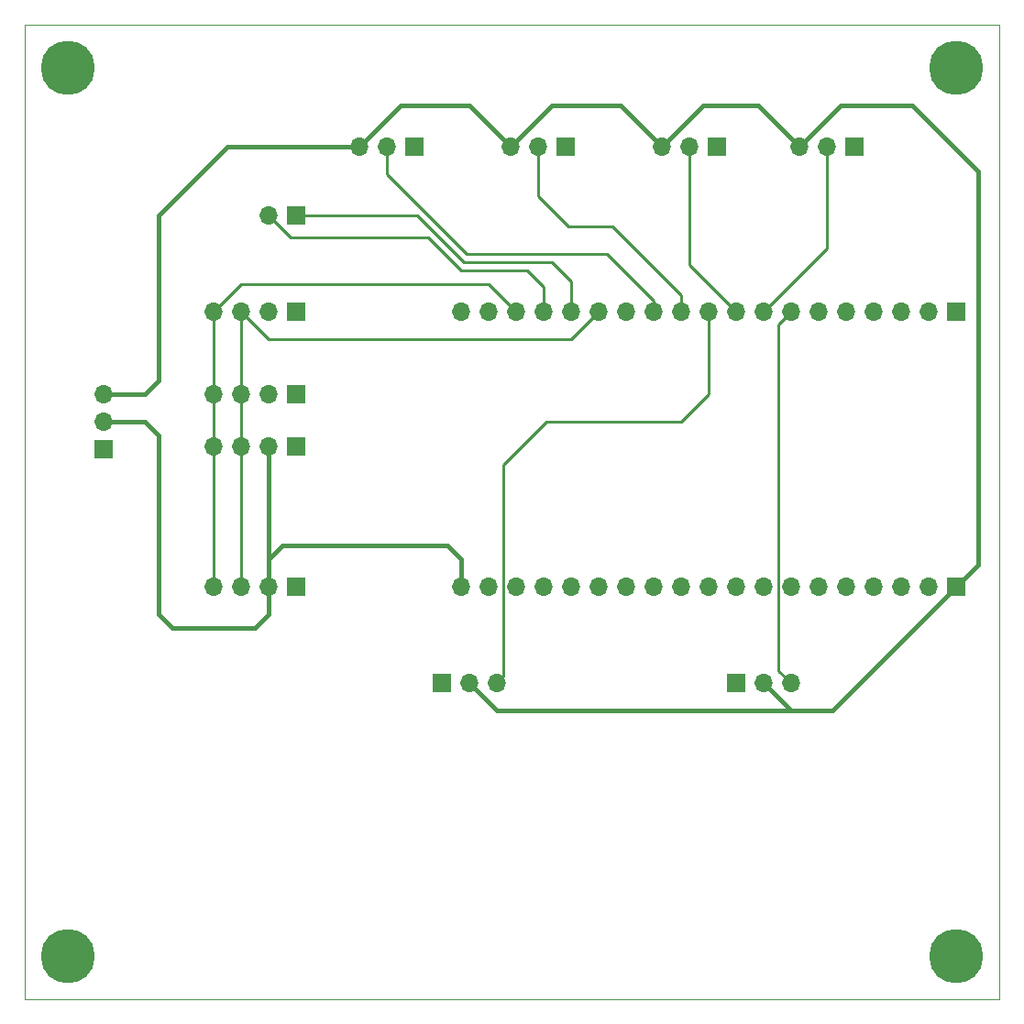
<source format=gbr>
%TF.GenerationSoftware,KiCad,Pcbnew,5.1.10-88a1d61d58~90~ubuntu21.04.1*%
%TF.CreationDate,2021-11-07T22:57:26+01:00*%
%TF.ProjectId,terrarium,74657272-6172-4697-956d-2e6b69636164,rev?*%
%TF.SameCoordinates,Original*%
%TF.FileFunction,Copper,L1,Top*%
%TF.FilePolarity,Positive*%
%FSLAX46Y46*%
G04 Gerber Fmt 4.6, Leading zero omitted, Abs format (unit mm)*
G04 Created by KiCad (PCBNEW 5.1.10-88a1d61d58~90~ubuntu21.04.1) date 2021-11-07 22:57:26*
%MOMM*%
%LPD*%
G01*
G04 APERTURE LIST*
%TA.AperFunction,Profile*%
%ADD10C,0.050000*%
%TD*%
%TA.AperFunction,ComponentPad*%
%ADD11O,1.700000X1.700000*%
%TD*%
%TA.AperFunction,ComponentPad*%
%ADD12R,1.700000X1.700000*%
%TD*%
%TA.AperFunction,ViaPad*%
%ADD13C,5.000000*%
%TD*%
%TA.AperFunction,Conductor*%
%ADD14C,0.250000*%
%TD*%
%TA.AperFunction,Conductor*%
%ADD15C,0.400000*%
%TD*%
G04 APERTURE END LIST*
D10*
X131000000Y-23000000D02*
X41000000Y-23000000D01*
X131000000Y-113000000D02*
X131000000Y-23000000D01*
X41000000Y-113000000D02*
X131000000Y-113000000D01*
X41000000Y-23000000D02*
X41000000Y-113000000D01*
D11*
%TO.P,i2c4,4*%
%TO.N,SCL*%
X58420000Y-61976000D03*
%TO.P,i2c4,3*%
%TO.N,SDA*%
X60960000Y-61976000D03*
%TO.P,i2c4,2*%
%TO.N,3v3*%
X63500000Y-61976000D03*
D12*
%TO.P,i2c4,1*%
%TO.N,GND*%
X66040000Y-61976000D03*
%TD*%
D11*
%TO.P,rxtx1,2*%
%TO.N,TX*%
X63500000Y-40640000D03*
D12*
%TO.P,rxtx1,1*%
%TO.N,RX*%
X66040000Y-40640000D03*
%TD*%
D11*
%TO.P,i2c3,4*%
%TO.N,SCL*%
X58420000Y-57150000D03*
%TO.P,i2c3,3*%
%TO.N,SDA*%
X60960000Y-57150000D03*
%TO.P,i2c3,2*%
%TO.N,VCC*%
X63500000Y-57150000D03*
D12*
%TO.P,i2c3,1*%
%TO.N,GND*%
X66040000Y-57150000D03*
%TD*%
D11*
%TO.P,ExternalPower1,3*%
%TO.N,VCC*%
X48260000Y-57150000D03*
%TO.P,ExternalPower1,2*%
%TO.N,3v3*%
X48260000Y-59690000D03*
D12*
%TO.P,ExternalPower1,1*%
%TO.N,GND*%
X48260000Y-62230000D03*
%TD*%
D11*
%TO.P,temp4,3*%
%TO.N,VCC*%
X71882000Y-34290000D03*
%TO.P,temp4,2*%
%TO.N,G19*%
X74422000Y-34290000D03*
D12*
%TO.P,temp4,1*%
%TO.N,GND*%
X76962000Y-34290000D03*
%TD*%
D11*
%TO.P,temp3,3*%
%TO.N,VCC*%
X85852000Y-34290000D03*
%TO.P,temp3,2*%
%TO.N,G18*%
X88392000Y-34290000D03*
D12*
%TO.P,temp3,1*%
%TO.N,GND*%
X90932000Y-34290000D03*
%TD*%
D11*
%TO.P,temp2,3*%
%TO.N,VCC*%
X99822000Y-34290000D03*
%TO.P,temp2,2*%
%TO.N,G17*%
X102362000Y-34290000D03*
D12*
%TO.P,temp2,1*%
%TO.N,GND*%
X104902000Y-34290000D03*
%TD*%
D11*
%TO.P,temp1,3*%
%TO.N,VCC*%
X112522000Y-34290000D03*
%TO.P,temp1,2*%
%TO.N,G16*%
X115062000Y-34290000D03*
D12*
%TO.P,temp1,1*%
%TO.N,GND*%
X117602000Y-34290000D03*
%TD*%
D11*
%TO.P,relay2,3*%
%TO.N,G5*%
X84582000Y-83820000D03*
%TO.P,relay2,2*%
%TO.N,VCC*%
X82042000Y-83820000D03*
D12*
%TO.P,relay2,1*%
%TO.N,GND*%
X79502000Y-83820000D03*
%TD*%
D11*
%TO.P,relay1,3*%
%TO.N,G4*%
X111760000Y-83820000D03*
%TO.P,relay1,2*%
%TO.N,VCC*%
X109220000Y-83820000D03*
D12*
%TO.P,relay1,1*%
%TO.N,GND*%
X106680000Y-83820000D03*
%TD*%
D11*
%TO.P,i2c2,4*%
%TO.N,SCL*%
X58420000Y-49530000D03*
%TO.P,i2c2,3*%
%TO.N,SDA*%
X60960000Y-49530000D03*
%TO.P,i2c2,2*%
%TO.N,VCC*%
X63500000Y-49530000D03*
D12*
%TO.P,i2c2,1*%
%TO.N,GND*%
X66040000Y-49530000D03*
%TD*%
D11*
%TO.P,i2c1,4*%
%TO.N,SCL*%
X58420000Y-74930000D03*
%TO.P,i2c1,3*%
%TO.N,SDA*%
X60960000Y-74930000D03*
%TO.P,i2c1,2*%
%TO.N,3v3*%
X63500000Y-74930000D03*
D12*
%TO.P,i2c1,1*%
%TO.N,GND*%
X66040000Y-74930000D03*
%TD*%
D11*
%TO.P,esp32-right1,19*%
%TO.N,3v3*%
X81280000Y-74930000D03*
%TO.P,esp32-right1,18*%
%TO.N,Net-(esp32-right1-Pad18)*%
X83820000Y-74930000D03*
%TO.P,esp32-right1,17*%
%TO.N,Net-(esp32-right1-Pad17)*%
X86360000Y-74930000D03*
%TO.P,esp32-right1,16*%
%TO.N,Net-(esp32-right1-Pad16)*%
X88900000Y-74930000D03*
%TO.P,esp32-right1,15*%
%TO.N,Net-(esp32-right1-Pad15)*%
X91440000Y-74930000D03*
%TO.P,esp32-right1,14*%
%TO.N,Net-(esp32-right1-Pad14)*%
X93980000Y-74930000D03*
%TO.P,esp32-right1,13*%
%TO.N,Net-(esp32-right1-Pad13)*%
X96520000Y-74930000D03*
%TO.P,esp32-right1,12*%
%TO.N,Net-(esp32-right1-Pad12)*%
X99060000Y-74930000D03*
%TO.P,esp32-right1,11*%
%TO.N,Net-(esp32-right1-Pad11)*%
X101600000Y-74930000D03*
%TO.P,esp32-right1,10*%
%TO.N,Net-(esp32-right1-Pad10)*%
X104140000Y-74930000D03*
%TO.P,esp32-right1,9*%
%TO.N,Net-(esp32-right1-Pad9)*%
X106680000Y-74930000D03*
%TO.P,esp32-right1,8*%
%TO.N,Net-(esp32-right1-Pad8)*%
X109220000Y-74930000D03*
%TO.P,esp32-right1,7*%
%TO.N,Net-(esp32-right1-Pad7)*%
X111760000Y-74930000D03*
%TO.P,esp32-right1,6*%
%TO.N,Net-(esp32-right1-Pad6)*%
X114300000Y-74930000D03*
%TO.P,esp32-right1,5*%
%TO.N,Net-(esp32-right1-Pad5)*%
X116840000Y-74930000D03*
%TO.P,esp32-right1,4*%
%TO.N,Net-(esp32-right1-Pad4)*%
X119380000Y-74930000D03*
%TO.P,esp32-right1,3*%
%TO.N,Net-(esp32-right1-Pad3)*%
X121920000Y-74930000D03*
%TO.P,esp32-right1,2*%
%TO.N,Net-(esp32-right1-Pad2)*%
X124460000Y-74930000D03*
D12*
%TO.P,esp32-right1,1*%
%TO.N,VCC*%
X127000000Y-74930000D03*
%TD*%
D11*
%TO.P,esp32-left1,19*%
%TO.N,GND*%
X81280000Y-49530000D03*
%TO.P,esp32-left1,18*%
%TO.N,Net-(esp32-left1-Pad18)*%
X83820000Y-49530000D03*
%TO.P,esp32-left1,17*%
%TO.N,SCL*%
X86360000Y-49530000D03*
%TO.P,esp32-left1,16*%
%TO.N,TX*%
X88900000Y-49530000D03*
%TO.P,esp32-left1,15*%
%TO.N,RX*%
X91440000Y-49530000D03*
%TO.P,esp32-left1,14*%
%TO.N,SDA*%
X93980000Y-49530000D03*
%TO.P,esp32-left1,13*%
%TO.N,GND*%
X96520000Y-49530000D03*
%TO.P,esp32-left1,12*%
%TO.N,G19*%
X99060000Y-49530000D03*
%TO.P,esp32-left1,11*%
%TO.N,G18*%
X101600000Y-49530000D03*
%TO.P,esp32-left1,10*%
%TO.N,G5*%
X104140000Y-49530000D03*
%TO.P,esp32-left1,9*%
%TO.N,G17*%
X106680000Y-49530000D03*
%TO.P,esp32-left1,8*%
%TO.N,G16*%
X109220000Y-49530000D03*
%TO.P,esp32-left1,7*%
%TO.N,G4*%
X111760000Y-49530000D03*
%TO.P,esp32-left1,6*%
%TO.N,Net-(esp32-left1-Pad6)*%
X114300000Y-49530000D03*
%TO.P,esp32-left1,5*%
%TO.N,Net-(esp32-left1-Pad5)*%
X116840000Y-49530000D03*
%TO.P,esp32-left1,4*%
%TO.N,Net-(esp32-left1-Pad4)*%
X119380000Y-49530000D03*
%TO.P,esp32-left1,3*%
%TO.N,Net-(esp32-left1-Pad3)*%
X121920000Y-49530000D03*
%TO.P,esp32-left1,2*%
%TO.N,Net-(esp32-left1-Pad2)*%
X124460000Y-49530000D03*
D12*
%TO.P,esp32-left1,1*%
%TO.N,Net-(esp32-left1-Pad1)*%
X127000000Y-49530000D03*
%TD*%
D13*
%TO.N,*%
X45000000Y-27000000D03*
X45000000Y-109000000D03*
X127000000Y-109000000D03*
X127000000Y-27000000D03*
%TD*%
D14*
%TO.N,SCL*%
X60960000Y-46990000D02*
X58420000Y-49530000D01*
X83820000Y-46990000D02*
X60960000Y-46990000D01*
X86360000Y-49530000D02*
X83820000Y-46990000D01*
X58420000Y-49530000D02*
X58420000Y-57150000D01*
X58420000Y-61976000D02*
X58420000Y-57150000D01*
X58420000Y-61976000D02*
X58420000Y-74930000D01*
%TO.N,SDA*%
X60960000Y-74187524D02*
X60588762Y-74558762D01*
X93980000Y-49530000D02*
X91440000Y-52070000D01*
X63500000Y-52070000D02*
X60960000Y-49530000D01*
X91440000Y-52070000D02*
X63500000Y-52070000D01*
X60960000Y-61976000D02*
X60960000Y-57150000D01*
X60960000Y-57150000D02*
X60960000Y-49530000D01*
X60960000Y-74930000D02*
X60960000Y-61976000D01*
%TO.N,G19*%
X99060000Y-48514000D02*
X99060000Y-49530000D01*
X94742000Y-44196000D02*
X99060000Y-48514000D01*
X81788000Y-44196000D02*
X94742000Y-44196000D01*
X74422000Y-36830000D02*
X81788000Y-44196000D01*
X74422000Y-34290000D02*
X74422000Y-36830000D01*
%TO.N,G18*%
X101600000Y-49530000D02*
X101600000Y-48006000D01*
X101600000Y-48006000D02*
X95250000Y-41656000D01*
X95250000Y-41656000D02*
X91186000Y-41656000D01*
X88392000Y-38862000D02*
X88392000Y-34290000D01*
X91186000Y-41656000D02*
X88392000Y-38862000D01*
%TO.N,G5*%
X89154000Y-59690000D02*
X85184999Y-63659001D01*
X101600000Y-59690000D02*
X89154000Y-59690000D01*
X104140000Y-57150000D02*
X101600000Y-59690000D01*
X104140000Y-49530000D02*
X104140000Y-57150000D01*
X85184999Y-83217001D02*
X84582000Y-83820000D01*
X85184999Y-63659001D02*
X85184999Y-83217001D01*
%TO.N,G17*%
X102362000Y-45212000D02*
X106680000Y-49530000D01*
X102362000Y-34290000D02*
X102362000Y-45212000D01*
%TO.N,G16*%
X115062000Y-43688000D02*
X109220000Y-49530000D01*
X115062000Y-34290000D02*
X115062000Y-43688000D01*
%TO.N,G4*%
X110584999Y-82644999D02*
X111760000Y-83820000D01*
X110584999Y-50705001D02*
X110584999Y-82644999D01*
X111760000Y-49530000D02*
X110584999Y-50705001D01*
D15*
%TO.N,3v3*%
X81280000Y-72390000D02*
X81280000Y-74930000D01*
X80010000Y-71120000D02*
X81280000Y-72390000D01*
X63500000Y-72390000D02*
X63500000Y-74930000D01*
X64770000Y-71120000D02*
X63500000Y-72390000D01*
X64770000Y-71120000D02*
X80010000Y-71120000D01*
X63500000Y-74930000D02*
X63500000Y-77470000D01*
X63500000Y-77470000D02*
X62230000Y-78740000D01*
X62230000Y-78740000D02*
X54610000Y-78740000D01*
X53340000Y-60960000D02*
X52070000Y-59690000D01*
X48260000Y-59690000D02*
X52070000Y-59690000D01*
X53340000Y-77470000D02*
X54610000Y-78740000D01*
X53340000Y-60960000D02*
X53340000Y-77470000D01*
X63500000Y-74930000D02*
X63500000Y-61976000D01*
D14*
%TO.N,VCC*%
X63754998Y-49530000D02*
X63500000Y-49530000D01*
X115570000Y-86360000D02*
X111760000Y-86360000D01*
X111760000Y-86360000D02*
X85344000Y-86360000D01*
D15*
X85344000Y-86360000D02*
X115570000Y-86360000D01*
X111760000Y-86360000D02*
X109220000Y-83820000D01*
X115570000Y-86360000D02*
X127000000Y-74930000D01*
X127000000Y-74930000D02*
X128905000Y-73025000D01*
D14*
X129032000Y-72898000D02*
X128905000Y-73025000D01*
D15*
X116332000Y-30480000D02*
X112522000Y-34290000D01*
X129032000Y-72898000D02*
X127000000Y-74930000D01*
X129032000Y-37592000D02*
X129032000Y-72898000D01*
X103632000Y-30480000D02*
X108712000Y-30480000D01*
X99822000Y-34290000D02*
X103632000Y-30480000D01*
X108712000Y-30480000D02*
X112522000Y-34290000D01*
X89662000Y-30480000D02*
X85852000Y-34290000D01*
X96012000Y-30480000D02*
X89662000Y-30480000D01*
X96012000Y-30480000D02*
X99822000Y-34290000D01*
X85852000Y-34290000D02*
X82042000Y-30480000D01*
X82042000Y-30480000D02*
X76381998Y-30480000D01*
X76962000Y-30480000D02*
X75692000Y-30480000D01*
D14*
X82042000Y-30480000D02*
X76962000Y-30480000D01*
D15*
X75692000Y-30480000D02*
X71882000Y-34290000D01*
X53340000Y-55880000D02*
X52070000Y-57150000D01*
X52070000Y-57150000D02*
X48260000Y-57150000D01*
X53340000Y-55880000D02*
X53340000Y-40640000D01*
X59690000Y-34290000D02*
X54483000Y-39497000D01*
X71882000Y-34290000D02*
X59690000Y-34290000D01*
X54483000Y-39497000D02*
X54610000Y-39370000D01*
X53340000Y-40640000D02*
X54483000Y-39497000D01*
X117094000Y-30480000D02*
X122936000Y-30480000D01*
X117602000Y-30480000D02*
X117094000Y-30480000D01*
X117094000Y-30480000D02*
X116332000Y-30480000D01*
X129032000Y-36576000D02*
X129032000Y-37592000D01*
X122936000Y-30480000D02*
X129032000Y-36576000D01*
X84582000Y-86360000D02*
X82042000Y-83820000D01*
X85344000Y-86360000D02*
X84582000Y-86360000D01*
D14*
%TO.N,TX*%
X63500000Y-40640000D02*
X65532000Y-42672000D01*
X65532000Y-42672000D02*
X78232000Y-42672000D01*
X78232000Y-42672000D02*
X81280000Y-45720000D01*
X81280000Y-45720000D02*
X87376000Y-45720000D01*
X88900000Y-47244000D02*
X88900000Y-49530000D01*
X87376000Y-45720000D02*
X88900000Y-47244000D01*
%TO.N,RX*%
X66040000Y-40640000D02*
X66040000Y-41148000D01*
X66040000Y-40640000D02*
X77216000Y-40640000D01*
X77216000Y-40640000D02*
X81534000Y-44958000D01*
X81534000Y-44958000D02*
X89662000Y-44958000D01*
X91440000Y-46736000D02*
X91440000Y-49530000D01*
X89662000Y-44958000D02*
X91440000Y-46736000D01*
%TD*%
M02*

</source>
